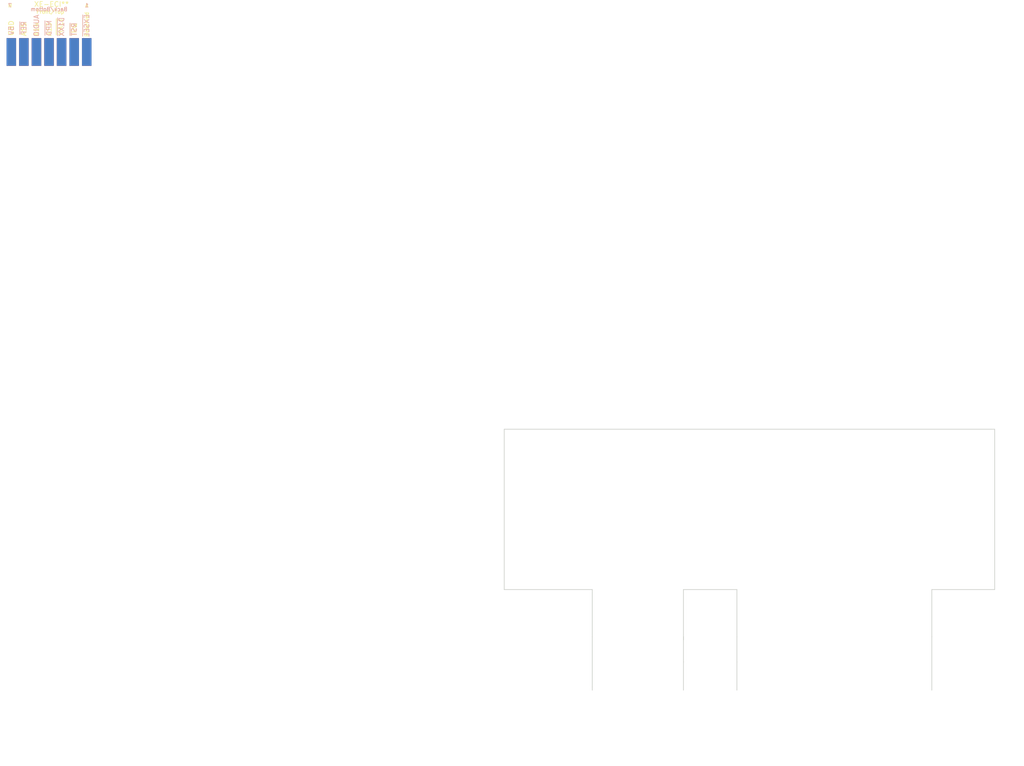
<source format=kicad_pcb>
(kicad_pcb (version 4) (host pcbnew 4.0.2+dfsg1-stable)

  (general
    (links 0)
    (no_connects 0)
    (area 101.524999 72.314999 200.735001 125.170001)
    (thickness 1.6)
    (drawings 19)
    (tracks 0)
    (zones 0)
    (modules 1)
    (nets 1)
  )

  (page A4)
  (layers
    (0 F.Cu signal)
    (31 B.Cu signal)
    (32 B.Adhes user)
    (33 F.Adhes user)
    (34 B.Paste user)
    (35 F.Paste user)
    (36 B.SilkS user)
    (37 F.SilkS user)
    (38 B.Mask user)
    (39 F.Mask user)
    (40 Dwgs.User user)
    (41 Cmts.User user)
    (42 Eco1.User user)
    (43 Eco2.User user)
    (44 Edge.Cuts user)
    (45 Margin user)
    (46 B.CrtYd user)
    (47 F.CrtYd user)
    (48 B.Fab user)
    (49 F.Fab user)
  )

  (setup
    (last_trace_width 0.25)
    (trace_clearance 0.2)
    (zone_clearance 0.508)
    (zone_45_only no)
    (trace_min 0.2)
    (segment_width 0.2)
    (edge_width 0.15)
    (via_size 0.6)
    (via_drill 0.4)
    (via_min_size 0.4)
    (via_min_drill 0.3)
    (uvia_size 0.3)
    (uvia_drill 0.1)
    (uvias_allowed no)
    (uvia_min_size 0.2)
    (uvia_min_drill 0.1)
    (pcb_text_width 0.3)
    (pcb_text_size 1.5 1.5)
    (mod_edge_width 0.15)
    (mod_text_size 1 1)
    (mod_text_width 0.15)
    (pad_size 1.524 1.524)
    (pad_drill 0.762)
    (pad_to_mask_clearance 0.2)
    (aux_axis_origin 0 0)
    (visible_elements 7FFFFFFF)
    (pcbplotparams
      (layerselection 0x00030_80000001)
      (usegerberextensions false)
      (excludeedgelayer true)
      (linewidth 0.100000)
      (plotframeref false)
      (viasonmask false)
      (mode 1)
      (useauxorigin false)
      (hpglpennumber 1)
      (hpglpenspeed 20)
      (hpglpendiameter 15)
      (hpglpenoverlay 2)
      (psnegative false)
      (psa4output false)
      (plotreference true)
      (plotvalue true)
      (plotinvisibletext false)
      (padsonsilk false)
      (subtractmaskfromsilk false)
      (outputformat 1)
      (mirror false)
      (drillshape 1)
      (scaleselection 1)
      (outputdirectory ""))
  )

  (net 0 "")

  (net_class Default "This is the default net class."
    (clearance 0.2)
    (trace_width 0.25)
    (via_dia 0.6)
    (via_drill 0.4)
    (uvia_dia 0.3)
    (uvia_drill 0.1)
  )

  (module ATARI-XE-ECI-SLOT (layer F.Cu) (tedit 5C2B6612) (tstamp 5C2B6E0F)
    (at 0 0)
    (fp_text reference XE-ECI** (at 10.16 -13.462) (layer F.SilkS)
      (effects (font (size 1 1) (thickness 0.15)))
    )
    (fp_text value ATARI-XE-ECI-SLOT (at 9.652 -11.938) (layer F.Fab)
      (effects (font (size 1 1) (thickness 0.15)))
    )
    (fp_text user 7 (at 1.778 -13.208) (layer B.SilkS)
      (effects (font (size 0.75 0.75) (thickness 0.15)) (justify mirror))
    )
    (fp_text user 1 (at 17.272 -13.208) (layer B.SilkS)
      (effects (font (size 0.75 0.75) (thickness 0.15)) (justify mirror))
    )
    (fp_text user Back/Bottom (at 9.652 -12.446) (layer B.SilkS)
      (effects (font (size 0.75 0.75) (thickness 0.15)) (justify mirror))
    )
    (fp_text user Front/Top (at 9.906 -11.938) (layer F.SilkS)
      (effects (font (size 0.75 0.75) (thickness 0.15)))
    )
    (fp_text user H (at 1.778 -13.208) (layer F.SilkS)
      (effects (font (size 0.75 0.75) (thickness 0.15)))
    )
    (fp_text user A (at 17.272 -13.208) (layer F.SilkS)
      (effects (font (size 0.75 0.75) (thickness 0.15)))
    )
    (fp_text user Reserved (at 17.272 -9.398 90) (layer F.SilkS)
      (effects (font (size 0.75 0.75) (thickness 0.15)))
    )
    (fp_text user ~IRQ (at 14.732 -8.382 90) (layer F.SilkS)
      (effects (font (size 1 1) (thickness 0.15)))
    )
    (fp_text user ~HALT (at 11.938 -8.89 90) (layer F.SilkS)
      (effects (font (size 1 1) (thickness 0.15)))
    )
    (fp_text user A13 (at 9.652 -8.382 90) (layer F.SilkS)
      (effects (font (size 1 1) (thickness 0.15)))
    )
    (fp_text user A14 (at 7.112 -8.382 90) (layer F.SilkS)
      (effects (font (size 1 1) (thickness 0.15)))
    )
    (fp_text user A15 (at 4.572 -8.382 90) (layer F.SilkS)
      (effects (font (size 1 1) (thickness 0.15)))
    )
    (fp_text user ~REF (at 4.572 -8.636 90) (layer B.SilkS)
      (effects (font (size 1 1) (thickness 0.15)) (justify mirror))
    )
    (fp_text user AUDIO (at 7.112 -9.144 90) (layer B.SilkS)
      (effects (font (size 1 1) (thickness 0.15)) (justify mirror))
    )
    (fp_text user ~MPD (at 9.652 -8.636 90) (layer B.SilkS)
      (effects (font (size 1 1) (thickness 0.15)) (justify mirror))
    )
    (fp_text user ~D1XX (at 12.192 -8.89 90) (layer B.SilkS)
      (effects (font (size 1 1) (thickness 0.15)) (justify mirror))
    )
    (fp_text user ~RST (at 14.732 -8.382 90) (layer B.SilkS)
      (effects (font (size 1 1) (thickness 0.15)) (justify mirror))
    )
    (fp_text user ~EXSEL (at 17.272 -9.144 90) (layer B.SilkS)
      (effects (font (size 1 1) (thickness 0.15)) (justify mirror))
    )
    (fp_text user 5V (at 2.032 -8.128 90) (layer B.SilkS)
      (effects (font (size 1 1) (thickness 0.15)) (justify mirror))
    )
    (fp_text user GND (at 2.032 -8.636 90) (layer F.SilkS)
      (effects (font (size 1 1) (thickness 0.15)))
    )
    (pad A smd rect (at 17.272 -3.81 270) (size 5.588 1.9304) (layers F.Cu F.Paste F.Mask))
    (pad 1 smd rect (at 17.272 -3.81 270) (size 5.588 1.9304) (layers B.Cu B.Paste B.Mask))
    (pad 2 smd rect (at 14.732 -3.81 270) (size 5.588 1.9304) (layers B.Cu B.Paste B.Mask))
    (pad 3 smd rect (at 12.192 -3.81 270) (size 5.588 1.9304) (layers B.Cu B.Paste B.Mask))
    (pad 4 smd rect (at 9.652 -3.81 270) (size 5.588 1.9304) (layers F.Cu F.Paste F.Mask))
    (pad 5 smd rect (at 7.112 -3.81 270) (size 5.588 1.9304) (layers F.Cu F.Paste F.Mask))
    (pad 6 smd rect (at 4.572 -3.81 270) (size 5.588 1.9304) (layers F.Cu F.Paste F.Mask))
    (pad 7 smd rect (at 2.032 -3.81 270) (size 5.588 1.9304) (layers F.Cu F.Paste F.Mask))
    (pad B smd rect (at 14.732 -3.81 270) (size 5.588 1.9304) (layers F.Cu F.Paste F.Mask))
    (pad C smd rect (at 12.192 -3.81 270) (size 5.588 1.9304) (layers F.Cu F.Paste F.Mask))
    (pad D smd rect (at 9.652 -3.81 270) (size 5.588 1.9304) (layers B.Cu B.Paste B.Mask))
    (pad E smd rect (at 7.112 -3.81 270) (size 5.588 1.9304) (layers B.Cu B.Paste B.Mask))
    (pad F smd rect (at 4.572 -3.81 270) (size 5.588 1.9304) (layers B.Cu B.Paste B.Mask))
    (pad H smd rect (at 2.032 -3.81 270) (size 5.588 1.9304) (layers B.Cu B.Paste B.Mask))
  )

  (dimension 40.005 (width 0.3) (layer Margin)
    (gr_text "40,005 mm" (at 167.9575 141.05) (layer Margin)
      (effects (font (size 1.5 1.5) (thickness 0.3)))
    )
    (feature1 (pts (xy 147.955 135.255) (xy 147.955 142.4)))
    (feature2 (pts (xy 187.96 135.255) (xy 187.96 142.4)))
    (crossbar (pts (xy 187.96 139.7) (xy 147.955 139.7)))
    (arrow1a (pts (xy 147.955 139.7) (xy 149.081504 139.113579)))
    (arrow1b (pts (xy 147.955 139.7) (xy 149.081504 140.286421)))
    (arrow2a (pts (xy 187.96 139.7) (xy 186.833496 139.113579)))
    (arrow2b (pts (xy 187.96 139.7) (xy 186.833496 140.286421)))
  )
  (gr_line (start 148.59 104.775) (end 148.59 114.3) (angle 90) (layer Edge.Cuts) (width 0.15))
  (gr_line (start 137.795 104.775) (end 148.59 104.775) (angle 90) (layer Edge.Cuts) (width 0.15))
  (gr_line (start 137.795 114.935) (end 137.795 104.775) (angle 90) (layer Edge.Cuts) (width 0.15))
  (gr_line (start 119.38 104.775) (end 119.38 114.3) (angle 90) (layer Edge.Cuts) (width 0.15))
  (gr_line (start 101.6 104.775) (end 119.38 104.775) (angle 90) (layer Edge.Cuts) (width 0.15))
  (gr_line (start 101.6 72.39) (end 101.6 104.775) (angle 90) (layer Edge.Cuts) (width 0.15))
  (gr_line (start 200.66 72.39) (end 101.6 72.39) (angle 90) (layer Edge.Cuts) (width 0.15))
  (gr_line (start 200.66 104.775) (end 200.66 72.39) (angle 90) (layer Edge.Cuts) (width 0.15))
  (gr_line (start 187.96 104.775) (end 200.66 104.775) (angle 90) (layer Edge.Cuts) (width 0.15))
  (gr_line (start 187.96 114.3) (end 187.96 104.775) (angle 90) (layer Edge.Cuts) (width 0.15))
  (dimension 20.32 (width 0.3) (layer Margin)
    (gr_text "20,320 mm" (at 203.915 114.935 90) (layer Margin)
      (effects (font (size 1.5 1.5) (thickness 0.3)))
    )
    (feature1 (pts (xy 198.12 104.775) (xy 205.265 104.775)))
    (feature2 (pts (xy 198.12 125.095) (xy 205.265 125.095)))
    (crossbar (pts (xy 202.565 125.095) (xy 202.565 104.775)))
    (arrow1a (pts (xy 202.565 104.775) (xy 203.151421 105.901504)))
    (arrow1b (pts (xy 202.565 104.775) (xy 201.978579 105.901504)))
    (arrow2a (pts (xy 202.565 125.095) (xy 203.151421 123.968496)))
    (arrow2b (pts (xy 202.565 125.095) (xy 201.978579 123.968496)))
  )
  (gr_line (start 137.795 114.3) (end 137.795 119.38) (angle 90) (layer Edge.Cuts) (width 0.15))
  (gr_line (start 148.59 119.38) (end 148.59 114.3) (angle 90) (layer Edge.Cuts) (width 0.15))
  (gr_line (start 187.96 125.095) (end 187.96 114.3) (angle 90) (layer Edge.Cuts) (width 0.15))
  (gr_line (start 148.59 119.38) (end 148.59 125.095) (angle 90) (layer Edge.Cuts) (width 0.15))
  (gr_line (start 137.795 125.095) (end 137.795 119.38) (angle 90) (layer Edge.Cuts) (width 0.15))
  (gr_line (start 119.38 124.46) (end 119.38 125.095) (angle 90) (layer Edge.Cuts) (width 0.15))
  (gr_line (start 119.38 114.3) (end 119.38 124.46) (angle 90) (layer Edge.Cuts) (width 0.15))

)

</source>
